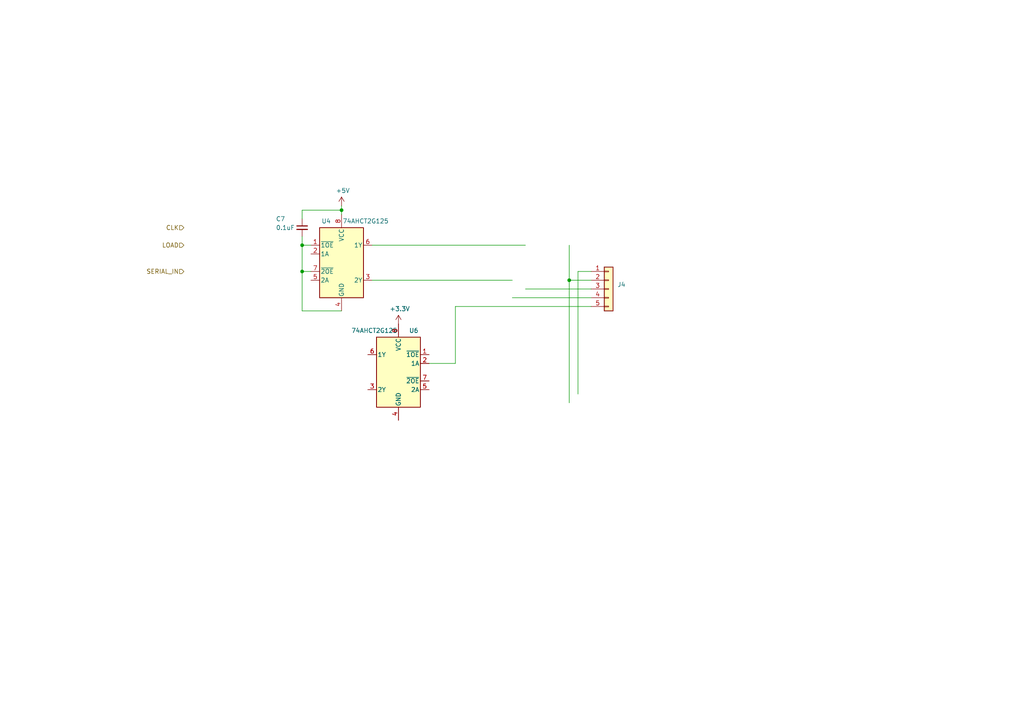
<source format=kicad_sch>
(kicad_sch (version 20230121) (generator eeschema)
  (paper "A4")
  (lib_symbols
    (symbol "0_connector:Molex Micro-Fit 5pos" (pin_names (offset 1.016) hide)
      (property "Reference" "J" (at 0 7.62 0))
      (property "Value" "Molex Micro-Fit 5pos" (at 0 -10.16 0))
      (symbol "Molex Micro-Fit 5pos_1_1"
        (rectangle (start -1.27 -4.953) (end 0 -5.207) (stroke (width 0.1524)))
        (rectangle (start -1.27 -2.413) (end 0 -2.667) (stroke (width 0.1524)))
        (rectangle (start -1.27 0.127) (end 0 -0.127) (stroke (width 0.1524)))
        (rectangle (start -1.27 2.667) (end 0 2.413) (stroke (width 0.1524)))
        (rectangle (start -1.27 5.207) (end 0 4.953) (stroke (width 0.1524)))
        (rectangle (start -1.27 6.35) (end 1.27 -6.35) (stroke (width 0.254)) (fill (type background)))
        (pin passive line (at -5.08 5.08 0) (length 3.81) (name "Pin_1") (number "1"))
        (pin passive line (at -5.08 2.54 0) (length 3.81) (name "Pin_2") (number "2"))
        (pin passive line (at -5.08 0 0) (length 3.81) (name "Pin_3") (number "3"))
        (pin passive line (at -5.08 -2.54 0) (length 3.81) (name "Pin_4") (number "4"))
        (pin passive line (at -5.08 -5.08 0) (length 3.81) (name "Pin_5") (number "5"))
      )
    )
    (symbol "Device:C_Small" (pin_numbers hide) (pin_names (offset 0.254) hide)
      (property "Reference" "C" (at 0.254 1.778 0))
      (property "Value" "C_Small" (at 0.254 -2.032 0))
      (symbol "C_Small_0_1"
        (polyline (pts (xy -1.524 -0.508) (xy 1.524 -0.508)) (stroke (width 0.3302)))
        (polyline (pts (xy -1.524 0.508) (xy 1.524 0.508)) (stroke (width 0.3048)))
      )
      (symbol "C_Small_1_1"
        (pin passive line (at 0 2.54 270) (length 2.032) (name "~") (number "1"))
        (pin passive line (at 0 -2.54 90) (length 2.032) (name "~") (number "2"))
      )
    )
    (symbol "KTX-MultiPCB:74AHCT2G125" (pin_names (offset 0.254))
      (property "Reference" "U" (at 2.54 12.7 0))
      (property "Value" "KTX-MultiPCB_74AHCT2G125" (at 1.27 -12.7 0))
      (symbol "74AHCT2G125_0_0"
        (pin power_in line (at 0 -13.97 90) (length 3.81) (name "GND") (number "4"))
        (pin power_in line (at 0 13.97 270) (length 3.81) (name "VCC") (number "8"))
      )
      (symbol "74AHCT2G125_0_1"
        (rectangle (start -6.35 10.16) (end 6.35 -10.16) (stroke (width 0.254)) (fill (type background)))
      )
      (symbol "74AHCT2G125_1_1"
        (pin input line (at -8.89 5.08 0) (length 2.54) (name "~{1OE}") (number "1"))
        (pin input line (at -8.89 2.54 0) (length 2.54) (name "1A") (number "2"))
        (pin output line (at 8.89 -5.08 180) (length 2.54) (name "2Y") (number "3"))
        (pin input line (at -8.89 -5.08 0) (length 2.54) (name "2A") (number "5"))
        (pin output line (at 8.89 5.08 180) (length 2.54) (name "1Y") (number "6"))
        (pin input line (at -8.89 -2.54 0) (length 2.54) (name "~{2OE}") (number "7"))
      )
    )
    (symbol "power:+3.3V" (power) (pin_names (offset 0))
      (property "Value" "+3.3V" (at 0 3.556 0))
      (symbol "+3.3V_0_1"
        (polyline (pts (xy -0.762 1.27) (xy 0 2.54)))
        (polyline (pts (xy 0 0) (xy 0 2.54)))
        (polyline (pts (xy 0 2.54) (xy 0.762 1.27)))
      )
      (symbol "+3.3V_1_1"
        (pin power_in line (at 0 0 90) (length 0) hide (name "+3.3V") (number "1"))
      )
    )
    (symbol "power:+5V" (power) (pin_names (offset 0))
      (property "Value" "+5V" (at 0 3.556 0))
      (symbol "+5V_0_1"
        (polyline (pts (xy -0.762 1.27) (xy 0 2.54)))
        (polyline (pts (xy 0 0) (xy 0 2.54)))
        (polyline (pts (xy 0 2.54) (xy 0.762 1.27)))
      )
      (symbol "+5V_1_1"
        (pin power_in line (at 0 0 90) (length 0) hide (name "+5V") (number "1"))
      )
    )
  )
  (junction (at 87.63 71.12))
  (junction (at 87.63 78.74))
  (junction (at 165.1 81.28))
  (junction (at 99.06 60.96))
  (wire (pts (xy 165.1 81.28) (xy 165.1 116.84)))
  (wire (pts (xy 171.45 78.74) (xy 167.64 78.74)))
  (wire (pts (xy 87.63 68.58) (xy 87.63 71.12)))
  (wire (pts (xy 99.06 59.69) (xy 99.06 60.96)))
  (wire (pts (xy 99.06 60.96) (xy 99.06 62.23)))
  (wire (pts (xy 132.08 88.9) (xy 132.08 105.41)))
  (wire (pts (xy 107.95 81.28) (xy 148.59 81.28)))
  (wire (pts (xy 87.63 60.96) (xy 87.63 63.5)))
  (wire (pts (xy 171.45 81.28) (xy 165.1 81.28)))
  (wire (pts (xy 132.08 105.41) (xy 124.46 105.41)))
  (wire (pts (xy 165.1 81.28) (xy 165.1 71.12)))
  (wire (pts (xy 87.63 90.17) (xy 99.06 90.17)))
  (wire (pts (xy 87.63 71.12) (xy 90.17 71.12)))
  (wire (pts (xy 87.63 71.12) (xy 87.63 78.74)))
  (wire (pts (xy 87.63 78.74) (xy 87.63 90.17)))
  (wire (pts (xy 87.63 60.96) (xy 99.06 60.96)))
  (wire (pts (xy 171.45 88.9) (xy 132.08 88.9)))
  (wire (pts (xy 107.95 71.12) (xy 152.4 71.12)))
  (wire (pts (xy 167.64 78.74) (xy 167.64 114.3)))
  (wire (pts (xy 152.4 83.82) (xy 171.45 83.82)))
  (wire (pts (xy 87.63 78.74) (xy 90.17 78.74)))
  (wire (pts (xy 148.59 86.36) (xy 171.45 86.36)))
  (hierarchical_label "SERIAL_IN" (shape input) (at 53.34 78.74 180))
  (hierarchical_label "CLK" (shape input) (at 53.34 66.04 180))
  (hierarchical_label "LOAD" (shape input) (at 53.34 71.12 180))
  (symbol (lib_id "KTX-MultiPCB:74AHCT2G125") (at 99.06 76.2 0) (unit 1)
    (property "Reference" "U4" (at 94.615 64.135 0))
    (property "Value" "74AHCT2G125" (at 106.045 64.135 0))
    (property "Footprint" "Package_SO:TSSOP-8_3x3mm_P0.65mm" (effects hide))
    (property "Datasheet" "https://assets.nexperia.com/documents/data-sheet/74AHC_AHCT2G125.pdf" (effects hide))
    (instances (project "GVH_CounterController" (path "" (reference "U4") (unit 1)) (path "" (reference "U9") (unit 1))) (project "KTX-MultiPCB" (path "" (reference "U4") (unit 1))))
  )
  (symbol (lib_id "0_connector:Molex Micro-Fit 5pos") (at 176.53 83.82 0) (unit 1)
    (property "Reference" "J4" (at 179.07 82.55 0) (effects (justify left)))
    (property "Value" "Molex Micro-Fit 5pos" (effects hide))
    (property "Footprint" "0_connector:MOLEX_MICROFIT-RA-5POS_436500500" (effects hide))
    (property "Datasheet" "https://www.molex.com/content/dam/molex/molex-dot-com/products/automated/en-us/salesdrawingpdf/436/43650/436500500_sd.pdf?inline" (effects hide))
    (property "Manufacturer" "MOLEX" (effects hide))
    (property "Mfg. P/N" "0436500500" (effects hide))
    (property "Digikey Page" "https://www.digikey.com/en/products/detail/molex/0436500500/268992?s=N4IgTCBcDaIAwBYDMA2ArHOG4gLoF8g" (effects hide))
    (property "Digikey P/N" "WM1863-ND" (effects hide))
    (instances (project "GVH_CounterController" (path "" (reference "J4") (unit 1)) (path "" (reference "J8") (unit 1))))
  )
  (symbol (lib_id "power:+5V") (at 99.06 59.69 0) (unit 1)
    (property "Reference" "#PWR012" (effects hide))
    (property "Value" "+5V" (at 99.441 55.2958 0))
    (instances (project "GVH_CounterController" (path "" (reference "#PWR012") (unit 1)) (path "" (reference "#PWR025") (unit 1))) (project "KTX-MultiPCB" (path "" (reference "#PWR0110") (unit 1))))
  )
  (symbol (lib_id "power:+3.3V") (at 115.57 93.98 0) (unit 1)
    (property "Reference" "#PWR024" (effects hide))
    (property "Value" "+3.3V" (at 115.951 89.5858 0))
    (instances (project "GVH_CounterController" (path "" (reference "#PWR024") (unit 1)) (path "" (reference "#PWR026") (unit 1))) (project "KTX-MultiPCB" (path "" (reference "#PWR03") (unit 1))))
  )
  (symbol (lib_id "Device:C_Small") (at 87.63 66.04 0) (unit 1)
    (property "Reference" "C7" (at 80.01 63.5 0) (effects (justify left)))
    (property "Value" "0.1uF" (at 80.01 66.04 0) (effects (justify left)))
    (property "Footprint" "Capacitor_SMD:C_0805_2012Metric" (effects hide))
    (property "LCSC" "C1711" (effects hide))
    (property "Description" "0.1uF ±10% 50V Ceramic Capacitor X7R 0805 (2012 Metric)" (effects hide))
    (property "Digikey P/N" "1276-1003-1-ND" (effects hide))
    (property "Digikey Page" "https://www.digikey.com/en/products/detail/samsung-electro-mechanics/CL21B104KBCNNNC/3886661?s=N4IgTCBcDaIMIBkwEYBCyAMAWA0quAckXCALoC%2BQA" (effects hide))
    (property "MPN" "CL21B104KBCNNNC" (effects hide))
    (property "Manufacturer" "Samsung Electro-Mechanics" (effects hide))
    (property "Package" "0805" (effects hide))
    (instances (project "GVH_CounterController" (path "" (reference "C7") (unit 1)) (path "" (reference "C8") (unit 1))))
  )
  (symbol (lib_id "KTX-MultiPCB:74AHCT2G125") (at 115.57 107.95 0) (mirror y) (unit 1)
    (property "Reference" "U6" (at 120.015 95.885 0))
    (property "Value" "74AHCT2G125" (at 108.585 95.885 0))
    (property "Footprint" "Package_SO:TSSOP-8_3x3mm_P0.65mm" (effects hide))
    (property "Datasheet" "https://assets.nexperia.com/documents/data-sheet/74AHC_AHCT2G125.pdf" (effects hide))
    (instances (project "GVH_CounterController" (path "" (reference "U6") (unit 1)) (path "" (reference "U10") (unit 1))) (project "KTX-MultiPCB" (path "" (reference "U4") (unit 1))))
  )
)
</source>
